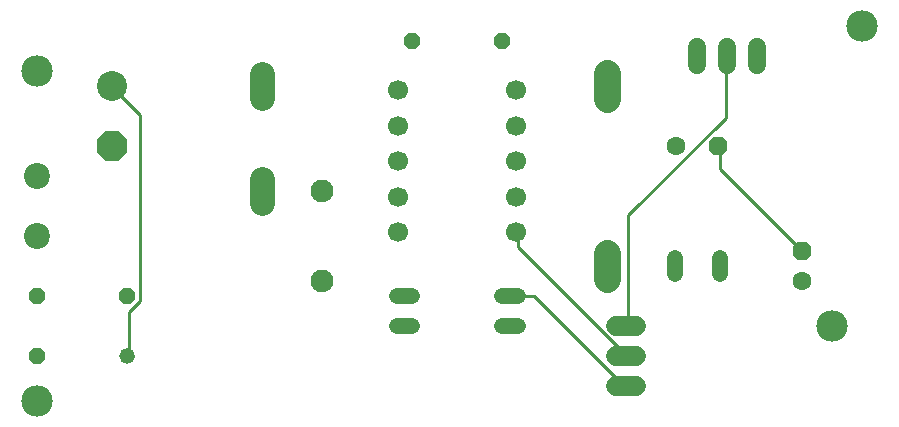
<source format=gbr>
G04 EAGLE Gerber RS-274X export*
G75*
%MOMM*%
%FSLAX34Y34*%
%LPD*%
%INBottom Copper*%
%IPPOS*%
%AMOC8*
5,1,8,0,0,1.08239X$1,22.5*%
G01*
%ADD10C,1.320800*%
%ADD11P,1.429621X8X112.500000*%
%ADD12C,2.540000*%
%ADD13P,2.749271X8X292.500000*%
%ADD14P,1.539592X8X202.500000*%
%ADD15P,1.732040X8X22.500000*%
%ADD16C,1.600200*%
%ADD17P,1.732040X8X112.500000*%
%ADD18C,2.095500*%
%ADD19C,1.930400*%
%ADD20C,2.247900*%
%ADD21C,2.200000*%
%ADD22C,1.524000*%
%ADD23C,1.320800*%
%ADD24C,1.700000*%
%ADD25C,1.676400*%
%ADD26C,0.254000*%
%ADD27C,2.667000*%


D10*
X190500Y406400D03*
D11*
X190500Y457200D03*
X114300Y457200D03*
X114300Y406400D03*
D12*
X177800Y635000D03*
D13*
X177800Y584200D03*
D14*
X508000Y673100D03*
X431800Y673100D03*
D15*
X690880Y584200D03*
D16*
X655320Y584200D03*
D17*
X762000Y495300D03*
D16*
X762000Y469900D03*
D18*
X304800Y624523D02*
X304800Y645478D01*
X304800Y556578D02*
X304800Y535623D01*
D19*
X355600Y469900D03*
X355600Y546100D03*
D20*
X596900Y623761D02*
X596900Y646240D01*
X596900Y493840D02*
X596900Y471361D01*
D21*
X114200Y558600D03*
X114500Y508300D03*
D22*
X673100Y652780D02*
X673100Y668020D01*
X698500Y668020D02*
X698500Y652780D01*
X723900Y652780D02*
X723900Y668020D01*
D23*
X654050Y489204D02*
X654050Y475996D01*
X692150Y475996D02*
X692150Y489204D01*
X521208Y431800D02*
X508000Y431800D01*
X508000Y457200D02*
X521208Y457200D01*
X431800Y457200D02*
X418592Y457200D01*
X418592Y431800D02*
X431800Y431800D01*
D24*
X419900Y631500D03*
X419900Y601500D03*
X419900Y571500D03*
X419900Y541500D03*
X419900Y511500D03*
X519900Y511500D03*
X519900Y541500D03*
X519900Y571500D03*
X519900Y601500D03*
X519900Y631500D03*
D25*
X604393Y431800D02*
X621157Y431800D01*
X621157Y406400D02*
X604393Y406400D01*
X604393Y381000D02*
X621157Y381000D01*
D26*
X192024Y406908D02*
X192024Y443484D01*
X201168Y452628D01*
X201168Y610362D01*
X178308Y633222D01*
X192024Y406908D02*
X190500Y406400D01*
X178308Y633222D02*
X177800Y635000D01*
X692658Y582930D02*
X692658Y564642D01*
X762000Y495300D01*
X692658Y582930D02*
X690880Y584200D01*
X521208Y498348D02*
X612648Y406908D01*
X521208Y498348D02*
X521208Y509778D01*
X612648Y406908D02*
X612775Y406400D01*
X521208Y509778D02*
X519900Y511500D01*
X508000Y457200D02*
X534924Y457200D01*
X612648Y379476D01*
X612775Y381000D01*
D27*
X787400Y431800D03*
X812800Y685800D03*
D26*
X697230Y658368D02*
X697230Y608076D01*
X614934Y525780D01*
X614934Y432054D01*
X697230Y658368D02*
X698500Y660400D01*
X614934Y432054D02*
X612775Y431800D01*
D27*
X114300Y368300D03*
X114300Y647700D03*
M02*

</source>
